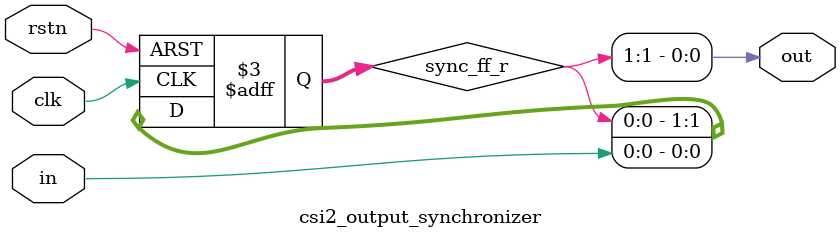
<source format=v>
  
module csi2_output_synchronizer 
(
input  wire clk,
input  wire rstn,
input  wire in,
output wire out
);

reg [1:0] sync_ff_r;

assign out = sync_ff_r[1];

always @(posedge clk or negedge rstn) begin
  if (rstn == 1'd0) begin
    sync_ff_r     <= 0;
  end
  else begin
    sync_ff_r[0]  <= in;
    sync_ff_r[1]  <= sync_ff_r[0];
  end
end

endmodule



</source>
